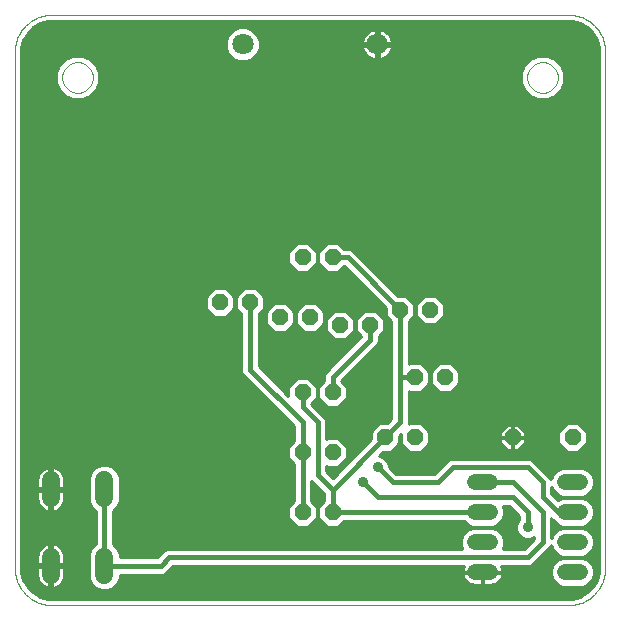
<source format=gbl>
G75*
G70*
%OFA0B0*%
%FSLAX24Y24*%
%IPPOS*%
%LPD*%
%AMOC8*
5,1,8,0,0,1.08239X$1,22.5*
%
%ADD10C,0.0000*%
%ADD11OC8,0.0520*%
%ADD12C,0.0520*%
%ADD13C,0.0600*%
%ADD14C,0.0709*%
%ADD15C,0.0160*%
%ADD16C,0.0357*%
%ADD17C,0.0100*%
D10*
X000559Y001809D02*
X000559Y018994D01*
X000561Y019062D01*
X000566Y019129D01*
X000575Y019196D01*
X000588Y019263D01*
X000605Y019328D01*
X000624Y019393D01*
X000648Y019457D01*
X000675Y019519D01*
X000705Y019580D01*
X000738Y019638D01*
X000774Y019695D01*
X000814Y019750D01*
X000856Y019803D01*
X000902Y019854D01*
X000949Y019901D01*
X001000Y019947D01*
X001053Y019989D01*
X001108Y020029D01*
X001165Y020065D01*
X001223Y020098D01*
X001284Y020128D01*
X001346Y020155D01*
X001410Y020179D01*
X001475Y020198D01*
X001540Y020215D01*
X001607Y020228D01*
X001674Y020237D01*
X001741Y020242D01*
X001809Y020244D01*
X018994Y020244D01*
X019062Y020242D01*
X019129Y020237D01*
X019196Y020228D01*
X019263Y020215D01*
X019328Y020198D01*
X019393Y020179D01*
X019457Y020155D01*
X019519Y020128D01*
X019580Y020098D01*
X019638Y020065D01*
X019695Y020029D01*
X019750Y019989D01*
X019803Y019947D01*
X019854Y019901D01*
X019901Y019854D01*
X019947Y019803D01*
X019989Y019750D01*
X020029Y019695D01*
X020065Y019638D01*
X020098Y019580D01*
X020128Y019519D01*
X020155Y019457D01*
X020179Y019393D01*
X020198Y019328D01*
X020215Y019263D01*
X020228Y019196D01*
X020237Y019129D01*
X020242Y019062D01*
X020244Y018994D01*
X020244Y001809D01*
X020242Y001741D01*
X020237Y001674D01*
X020228Y001607D01*
X020215Y001540D01*
X020198Y001475D01*
X020179Y001410D01*
X020155Y001346D01*
X020128Y001284D01*
X020098Y001223D01*
X020065Y001165D01*
X020029Y001108D01*
X019989Y001053D01*
X019947Y001000D01*
X019901Y000949D01*
X019854Y000902D01*
X019803Y000856D01*
X019750Y000814D01*
X019695Y000774D01*
X019638Y000738D01*
X019580Y000705D01*
X019519Y000675D01*
X019457Y000648D01*
X019393Y000624D01*
X019328Y000605D01*
X019263Y000588D01*
X019196Y000575D01*
X019129Y000566D01*
X019062Y000561D01*
X018994Y000559D01*
X001809Y000559D01*
X001741Y000561D01*
X001674Y000566D01*
X001607Y000575D01*
X001540Y000588D01*
X001475Y000605D01*
X001410Y000624D01*
X001346Y000648D01*
X001284Y000675D01*
X001223Y000705D01*
X001165Y000738D01*
X001108Y000774D01*
X001053Y000814D01*
X001000Y000856D01*
X000949Y000902D01*
X000902Y000949D01*
X000856Y001000D01*
X000814Y001053D01*
X000774Y001108D01*
X000738Y001165D01*
X000705Y001223D01*
X000675Y001284D01*
X000648Y001346D01*
X000624Y001410D01*
X000605Y001475D01*
X000588Y001540D01*
X000575Y001607D01*
X000566Y001674D01*
X000561Y001741D01*
X000559Y001809D01*
X002139Y018151D02*
X002141Y018196D01*
X002147Y018240D01*
X002156Y018284D01*
X002170Y018326D01*
X002187Y018367D01*
X002208Y018407D01*
X002232Y018445D01*
X002259Y018480D01*
X002289Y018513D01*
X002322Y018543D01*
X002357Y018570D01*
X002395Y018594D01*
X002435Y018615D01*
X002476Y018632D01*
X002518Y018646D01*
X002562Y018655D01*
X002606Y018661D01*
X002651Y018663D01*
X002696Y018661D01*
X002740Y018655D01*
X002784Y018646D01*
X002826Y018632D01*
X002867Y018615D01*
X002907Y018594D01*
X002945Y018570D01*
X002980Y018543D01*
X003013Y018513D01*
X003043Y018480D01*
X003070Y018445D01*
X003094Y018407D01*
X003115Y018367D01*
X003132Y018326D01*
X003146Y018284D01*
X003155Y018240D01*
X003161Y018196D01*
X003163Y018151D01*
X003161Y018106D01*
X003155Y018062D01*
X003146Y018018D01*
X003132Y017976D01*
X003115Y017935D01*
X003094Y017895D01*
X003070Y017857D01*
X003043Y017822D01*
X003013Y017789D01*
X002980Y017759D01*
X002945Y017732D01*
X002907Y017708D01*
X002867Y017687D01*
X002826Y017670D01*
X002784Y017656D01*
X002740Y017647D01*
X002696Y017641D01*
X002651Y017639D01*
X002606Y017641D01*
X002562Y017647D01*
X002518Y017656D01*
X002476Y017670D01*
X002435Y017687D01*
X002395Y017708D01*
X002357Y017732D01*
X002322Y017759D01*
X002289Y017789D01*
X002259Y017822D01*
X002232Y017857D01*
X002208Y017895D01*
X002187Y017935D01*
X002170Y017976D01*
X002156Y018018D01*
X002147Y018062D01*
X002141Y018106D01*
X002139Y018151D01*
X017639Y018151D02*
X017641Y018196D01*
X017647Y018240D01*
X017656Y018284D01*
X017670Y018326D01*
X017687Y018367D01*
X017708Y018407D01*
X017732Y018445D01*
X017759Y018480D01*
X017789Y018513D01*
X017822Y018543D01*
X017857Y018570D01*
X017895Y018594D01*
X017935Y018615D01*
X017976Y018632D01*
X018018Y018646D01*
X018062Y018655D01*
X018106Y018661D01*
X018151Y018663D01*
X018196Y018661D01*
X018240Y018655D01*
X018284Y018646D01*
X018326Y018632D01*
X018367Y018615D01*
X018407Y018594D01*
X018445Y018570D01*
X018480Y018543D01*
X018513Y018513D01*
X018543Y018480D01*
X018570Y018445D01*
X018594Y018407D01*
X018615Y018367D01*
X018632Y018326D01*
X018646Y018284D01*
X018655Y018240D01*
X018661Y018196D01*
X018663Y018151D01*
X018661Y018106D01*
X018655Y018062D01*
X018646Y018018D01*
X018632Y017976D01*
X018615Y017935D01*
X018594Y017895D01*
X018570Y017857D01*
X018543Y017822D01*
X018513Y017789D01*
X018480Y017759D01*
X018445Y017732D01*
X018407Y017708D01*
X018367Y017687D01*
X018326Y017670D01*
X018284Y017656D01*
X018240Y017647D01*
X018196Y017641D01*
X018151Y017639D01*
X018106Y017641D01*
X018062Y017647D01*
X018018Y017656D01*
X017976Y017670D01*
X017935Y017687D01*
X017895Y017708D01*
X017857Y017732D01*
X017822Y017759D01*
X017789Y017789D01*
X017759Y017822D01*
X017732Y017857D01*
X017708Y017895D01*
X017687Y017935D01*
X017670Y017976D01*
X017656Y018018D01*
X017647Y018062D01*
X017641Y018106D01*
X017639Y018151D01*
D11*
X011151Y012151D03*
X010151Y012151D03*
X008401Y010651D03*
X007401Y010651D03*
X009401Y010151D03*
X010401Y010151D03*
X011401Y009901D03*
X012401Y009901D03*
X013401Y010401D03*
X014401Y010401D03*
X013901Y008151D03*
X014901Y008151D03*
X013901Y006151D03*
X012901Y006151D03*
X011151Y005651D03*
X010151Y005651D03*
X010151Y007651D03*
X011151Y007651D03*
X011151Y003651D03*
X010151Y003651D03*
X017151Y006151D03*
X019151Y006151D03*
D12*
X018891Y004651D02*
X019411Y004651D01*
X019411Y003651D02*
X018891Y003651D01*
X018891Y002651D02*
X019411Y002651D01*
X019411Y001651D02*
X018891Y001651D01*
X016411Y001651D02*
X015891Y001651D01*
X015891Y002651D02*
X016411Y002651D01*
X016411Y003651D02*
X015891Y003651D01*
X015891Y004651D02*
X016411Y004651D01*
D13*
X003541Y004731D02*
X003541Y004131D01*
X001761Y004131D02*
X001761Y004731D01*
X001761Y002171D02*
X001761Y001571D01*
X003541Y001571D02*
X003541Y002171D01*
D14*
X008161Y019256D03*
X012641Y019256D03*
D15*
X011651Y012151D02*
X011151Y012151D01*
X011651Y012151D02*
X013401Y010401D01*
X013401Y008151D01*
X013901Y008151D01*
X013401Y008151D02*
X013401Y006651D01*
X012901Y006151D01*
X011151Y004401D01*
X010651Y004901D01*
X010651Y006651D01*
X010151Y007151D01*
X010151Y007651D01*
X010151Y006651D02*
X010151Y005651D01*
X010151Y003651D01*
X011151Y003651D02*
X016151Y003651D01*
X016151Y004651D02*
X017151Y004651D01*
X018151Y003651D01*
X018151Y002651D01*
X017651Y002151D01*
X005711Y002151D01*
X005431Y001871D01*
X003541Y001871D01*
X003541Y004431D01*
X008401Y008401D02*
X010151Y006651D01*
X011151Y007651D02*
X011151Y008151D01*
X012401Y009401D01*
X012401Y009901D01*
X008401Y010651D02*
X008401Y008401D01*
X012151Y004651D02*
X012651Y004151D01*
X017151Y004151D01*
X017651Y003651D01*
X017651Y003151D01*
X018151Y004151D02*
X018151Y004651D01*
X017651Y005151D01*
X015151Y005151D01*
X014651Y004651D01*
X013151Y004651D01*
X012651Y005151D01*
X011151Y004401D02*
X011151Y003651D01*
X018151Y004151D02*
X018651Y003651D01*
X019151Y003651D01*
D16*
X017651Y003151D03*
X012651Y005151D03*
X012151Y004651D03*
D17*
X019683Y001040D02*
X001120Y001040D01*
X001176Y000984D02*
X000984Y001176D01*
X000848Y001411D01*
X000778Y001673D01*
X000769Y001809D01*
X000769Y018994D01*
X000778Y019129D01*
X000848Y019392D01*
X000984Y019627D01*
X001176Y019819D01*
X001411Y019955D01*
X001673Y020025D01*
X001809Y020034D01*
X001896Y020034D01*
X018907Y020034D01*
X018994Y020034D01*
X019130Y020025D01*
X019392Y019955D01*
X019627Y019819D01*
X019819Y019627D01*
X019955Y019392D01*
X020025Y019129D01*
X020034Y018994D01*
X020034Y001896D01*
X020034Y001809D01*
X020025Y001673D01*
X019955Y001411D01*
X019819Y001176D01*
X019627Y000984D01*
X019392Y000848D01*
X019129Y000778D01*
X018994Y000769D01*
X001896Y000769D01*
X001809Y000769D01*
X001673Y000778D01*
X001411Y000848D01*
X001176Y000984D01*
X001249Y000941D02*
X019553Y000941D01*
X019372Y000843D02*
X001431Y000843D01*
X001589Y001154D02*
X001656Y001132D01*
X001711Y001124D01*
X001711Y001821D01*
X001811Y001821D01*
X001811Y001124D01*
X001867Y001132D01*
X001934Y001154D01*
X001997Y001186D01*
X002054Y001228D01*
X002104Y001278D01*
X002146Y001335D01*
X003087Y001335D01*
X003109Y001282D02*
X003252Y001139D01*
X003440Y001061D01*
X003643Y001061D01*
X003830Y001139D01*
X003974Y001282D01*
X004051Y001470D01*
X004051Y001581D01*
X005374Y001581D01*
X005489Y001581D01*
X005596Y001625D01*
X005831Y001861D01*
X015538Y001861D01*
X015511Y001809D01*
X015491Y001747D01*
X015481Y001684D01*
X015481Y001681D01*
X016121Y001681D01*
X016121Y001621D01*
X016181Y001621D01*
X016181Y001241D01*
X016444Y001241D01*
X016507Y001251D01*
X016569Y001271D01*
X016626Y001301D01*
X016678Y001339D01*
X016724Y001384D01*
X016762Y001436D01*
X016791Y001494D01*
X016811Y001555D01*
X016821Y001619D01*
X016821Y001621D01*
X016181Y001621D01*
X016181Y001681D01*
X016821Y001681D01*
X016821Y001684D01*
X016811Y001747D01*
X016791Y001809D01*
X016764Y001861D01*
X017709Y001861D01*
X017816Y001905D01*
X017897Y001987D01*
X018397Y002487D01*
X018424Y002552D01*
X018493Y002385D01*
X018625Y002253D01*
X018798Y002181D01*
X019505Y002181D01*
X019677Y002253D01*
X019810Y002385D01*
X019881Y002558D01*
X019881Y002745D01*
X019810Y002917D01*
X019677Y003050D01*
X019505Y003121D01*
X018798Y003121D01*
X018625Y003050D01*
X018493Y002917D01*
X018441Y002793D01*
X018441Y003451D01*
X018483Y003410D01*
X018493Y003385D01*
X018625Y003253D01*
X018798Y003181D01*
X019505Y003181D01*
X019677Y003253D01*
X019810Y003385D01*
X019881Y003558D01*
X019881Y003745D01*
X019810Y003917D01*
X019677Y004050D01*
X019505Y004121D01*
X018798Y004121D01*
X018652Y004061D01*
X018441Y004271D01*
X018441Y004510D01*
X018493Y004385D01*
X018625Y004253D01*
X018798Y004181D01*
X019505Y004181D01*
X019677Y004253D01*
X019810Y004385D01*
X019881Y004558D01*
X019881Y004745D01*
X019810Y004917D01*
X019677Y005050D01*
X019505Y005121D01*
X018798Y005121D01*
X018625Y005050D01*
X018493Y004917D01*
X018424Y004751D01*
X018397Y004816D01*
X017816Y005397D01*
X017709Y005441D01*
X017594Y005441D01*
X015094Y005441D01*
X014987Y005397D01*
X014905Y005316D01*
X014531Y004941D01*
X013271Y004941D01*
X013040Y005173D01*
X013040Y005229D01*
X012981Y005371D01*
X012871Y005481D01*
X012729Y005540D01*
X012700Y005540D01*
X012841Y005681D01*
X013096Y005681D01*
X013371Y005957D01*
X013371Y006211D01*
X013431Y006271D01*
X013431Y005957D01*
X013707Y005681D01*
X014096Y005681D01*
X014371Y005957D01*
X014371Y006346D01*
X014096Y006621D01*
X013707Y006621D01*
X013691Y006606D01*
X013691Y006709D01*
X013691Y007697D01*
X013707Y007681D01*
X014096Y007681D01*
X014371Y007957D01*
X014371Y008346D01*
X014096Y008621D01*
X013707Y008621D01*
X013691Y008606D01*
X013691Y010027D01*
X013871Y010207D01*
X013871Y010596D01*
X013596Y010871D01*
X013341Y010871D01*
X011816Y012397D01*
X011709Y012441D01*
X011594Y012441D01*
X011526Y012441D01*
X011346Y012621D01*
X010957Y012621D01*
X010681Y012346D01*
X010681Y011957D01*
X010957Y011681D01*
X011346Y011681D01*
X011526Y011861D01*
X011531Y011861D01*
X012931Y010461D01*
X012931Y010207D01*
X013111Y010027D01*
X013111Y008209D01*
X013111Y008094D01*
X013111Y006771D01*
X012961Y006621D01*
X012707Y006621D01*
X012431Y006346D01*
X012431Y006091D01*
X011151Y004811D01*
X010941Y005021D01*
X010941Y005197D01*
X010957Y005181D01*
X011346Y005181D01*
X011621Y005457D01*
X011621Y005846D01*
X011346Y006121D01*
X010957Y006121D01*
X010941Y006106D01*
X010941Y006709D01*
X010897Y006816D01*
X010816Y006897D01*
X010441Y007271D01*
X010441Y007277D01*
X010621Y007457D01*
X010621Y007846D01*
X010346Y008121D01*
X009957Y008121D01*
X009681Y007846D01*
X009681Y007531D01*
X008691Y008521D01*
X008691Y010277D01*
X008871Y010457D01*
X008871Y010846D01*
X008596Y011121D01*
X008207Y011121D01*
X007931Y010846D01*
X007931Y010457D01*
X008111Y010277D01*
X008111Y008459D01*
X008111Y008344D01*
X008155Y008237D01*
X009861Y006531D01*
X009861Y006026D01*
X009681Y005846D01*
X009681Y005457D01*
X009861Y005277D01*
X000769Y005277D01*
X000769Y005376D02*
X009762Y005376D01*
X009681Y005474D02*
X000769Y005474D01*
X000769Y005573D02*
X009681Y005573D01*
X009681Y005671D02*
X000769Y005671D01*
X000769Y005770D02*
X009681Y005770D01*
X009704Y005868D02*
X000769Y005868D01*
X000769Y005967D02*
X009802Y005967D01*
X009861Y006065D02*
X000769Y006065D01*
X000769Y006164D02*
X009861Y006164D01*
X009861Y006262D02*
X000769Y006262D01*
X000769Y006361D02*
X009861Y006361D01*
X009861Y006460D02*
X000769Y006460D01*
X000769Y006558D02*
X009834Y006558D01*
X009736Y006657D02*
X000769Y006657D01*
X000769Y006755D02*
X009637Y006755D01*
X009539Y006854D02*
X000769Y006854D01*
X000769Y006952D02*
X009440Y006952D01*
X009342Y007051D02*
X000769Y007051D01*
X000769Y007149D02*
X009243Y007149D01*
X009144Y007248D02*
X000769Y007248D01*
X000769Y007346D02*
X009046Y007346D01*
X008947Y007445D02*
X000769Y007445D01*
X000769Y007544D02*
X008849Y007544D01*
X008750Y007642D02*
X000769Y007642D01*
X000769Y007741D02*
X008652Y007741D01*
X008553Y007839D02*
X000769Y007839D01*
X000769Y007938D02*
X008455Y007938D01*
X008356Y008036D02*
X000769Y008036D01*
X000769Y008135D02*
X008258Y008135D01*
X008159Y008233D02*
X000769Y008233D01*
X000769Y008332D02*
X008116Y008332D01*
X008111Y008430D02*
X000769Y008430D01*
X000769Y008529D02*
X008111Y008529D01*
X008111Y008627D02*
X000769Y008627D01*
X000769Y008726D02*
X008111Y008726D01*
X008111Y008825D02*
X000769Y008825D01*
X000769Y008923D02*
X008111Y008923D01*
X008111Y009022D02*
X000769Y009022D01*
X000769Y009120D02*
X008111Y009120D01*
X008111Y009219D02*
X000769Y009219D01*
X000769Y009317D02*
X008111Y009317D01*
X008111Y009416D02*
X000769Y009416D01*
X000769Y009514D02*
X008111Y009514D01*
X008111Y009613D02*
X000769Y009613D01*
X000769Y009711D02*
X008111Y009711D01*
X008111Y009810D02*
X000769Y009810D01*
X000769Y009909D02*
X008111Y009909D01*
X008111Y010007D02*
X000769Y010007D01*
X000769Y010106D02*
X008111Y010106D01*
X008111Y010204D02*
X007619Y010204D01*
X007596Y010181D02*
X007871Y010457D01*
X007871Y010846D01*
X007596Y011121D01*
X007207Y011121D01*
X006931Y010846D01*
X006931Y010457D01*
X007207Y010181D01*
X007596Y010181D01*
X007717Y010303D02*
X008085Y010303D01*
X007987Y010401D02*
X007816Y010401D01*
X007871Y010500D02*
X007931Y010500D01*
X007931Y010598D02*
X007871Y010598D01*
X007871Y010697D02*
X007931Y010697D01*
X007931Y010795D02*
X007871Y010795D01*
X007823Y010894D02*
X007979Y010894D01*
X008078Y010993D02*
X007725Y010993D01*
X007626Y011091D02*
X008176Y011091D01*
X008626Y011091D02*
X012301Y011091D01*
X012203Y011190D02*
X000769Y011190D01*
X000769Y011288D02*
X012104Y011288D01*
X012006Y011387D02*
X000769Y011387D01*
X000769Y011485D02*
X011907Y011485D01*
X011809Y011584D02*
X000769Y011584D01*
X000769Y011682D02*
X009956Y011682D01*
X009957Y011681D02*
X010346Y011681D01*
X010621Y011957D01*
X010621Y012346D01*
X010346Y012621D01*
X009957Y012621D01*
X009681Y012346D01*
X009681Y011957D01*
X009957Y011681D01*
X009857Y011781D02*
X000769Y011781D01*
X000769Y011879D02*
X009758Y011879D01*
X009681Y011978D02*
X000769Y011978D01*
X000769Y012076D02*
X009681Y012076D01*
X009681Y012175D02*
X000769Y012175D01*
X000769Y012274D02*
X009681Y012274D01*
X009707Y012372D02*
X000769Y012372D01*
X000769Y012471D02*
X009806Y012471D01*
X009905Y012569D02*
X000769Y012569D01*
X000769Y012668D02*
X020034Y012668D01*
X020034Y012766D02*
X000769Y012766D01*
X000769Y012865D02*
X020034Y012865D01*
X020034Y012963D02*
X000769Y012963D01*
X000769Y013062D02*
X020034Y013062D01*
X020034Y013160D02*
X000769Y013160D01*
X000769Y013259D02*
X020034Y013259D01*
X020034Y013358D02*
X000769Y013358D01*
X000769Y013456D02*
X020034Y013456D01*
X020034Y013555D02*
X000769Y013555D01*
X000769Y013653D02*
X020034Y013653D01*
X020034Y013752D02*
X000769Y013752D01*
X000769Y013850D02*
X020034Y013850D01*
X020034Y013949D02*
X000769Y013949D01*
X000769Y014047D02*
X020034Y014047D01*
X020034Y014146D02*
X000769Y014146D01*
X000769Y014244D02*
X020034Y014244D01*
X020034Y014343D02*
X000769Y014343D01*
X000769Y014442D02*
X020034Y014442D01*
X020034Y014540D02*
X000769Y014540D01*
X000769Y014639D02*
X020034Y014639D01*
X020034Y014737D02*
X000769Y014737D01*
X000769Y014836D02*
X020034Y014836D01*
X020034Y014934D02*
X000769Y014934D01*
X000769Y015033D02*
X020034Y015033D01*
X020034Y015131D02*
X000769Y015131D01*
X000769Y015230D02*
X020034Y015230D01*
X020034Y015328D02*
X000769Y015328D01*
X000769Y015427D02*
X020034Y015427D01*
X020034Y015526D02*
X000769Y015526D01*
X000769Y015624D02*
X020034Y015624D01*
X020034Y015723D02*
X000769Y015723D01*
X000769Y015821D02*
X020034Y015821D01*
X020034Y015920D02*
X000769Y015920D01*
X000769Y016018D02*
X020034Y016018D01*
X020034Y016117D02*
X000769Y016117D01*
X000769Y016215D02*
X020034Y016215D01*
X020034Y016314D02*
X000769Y016314D01*
X000769Y016412D02*
X020034Y016412D01*
X020034Y016511D02*
X000769Y016511D01*
X000769Y016609D02*
X020034Y016609D01*
X020034Y016708D02*
X000769Y016708D01*
X000769Y016807D02*
X020034Y016807D01*
X020034Y016905D02*
X000769Y016905D01*
X000769Y017004D02*
X020034Y017004D01*
X020034Y017102D02*
X000769Y017102D01*
X000769Y017201D02*
X020034Y017201D01*
X020034Y017299D02*
X000769Y017299D01*
X000769Y017398D02*
X020034Y017398D01*
X020034Y017496D02*
X018456Y017496D01*
X018560Y017539D02*
X018295Y017429D01*
X018008Y017429D01*
X017742Y017539D01*
X017539Y017742D01*
X017429Y018008D01*
X017429Y018295D01*
X017539Y018560D01*
X017742Y018763D01*
X018008Y018873D01*
X018295Y018873D01*
X018560Y018763D01*
X018763Y018560D01*
X018873Y018295D01*
X018873Y018008D01*
X018763Y017742D01*
X018560Y017539D01*
X018616Y017595D02*
X020034Y017595D01*
X020034Y017693D02*
X018714Y017693D01*
X018784Y017792D02*
X020034Y017792D01*
X020034Y017891D02*
X018825Y017891D01*
X018865Y017989D02*
X020034Y017989D01*
X020034Y018088D02*
X018873Y018088D01*
X018873Y018186D02*
X020034Y018186D01*
X020034Y018285D02*
X018873Y018285D01*
X018836Y018383D02*
X020034Y018383D01*
X020034Y018482D02*
X018796Y018482D01*
X018743Y018580D02*
X020034Y018580D01*
X020034Y018679D02*
X018644Y018679D01*
X018526Y018777D02*
X020034Y018777D01*
X020034Y018876D02*
X012975Y018876D01*
X012970Y018871D02*
X013026Y018927D01*
X013073Y018991D01*
X013109Y019062D01*
X013133Y019137D01*
X013144Y019206D01*
X012692Y019206D01*
X012692Y019306D01*
X013144Y019306D01*
X013133Y019374D01*
X013109Y019449D01*
X013073Y019520D01*
X013026Y019584D01*
X012970Y019640D01*
X012906Y019687D01*
X012835Y019723D01*
X012759Y019747D01*
X012691Y019758D01*
X012691Y019306D01*
X012591Y019306D01*
X012591Y019758D01*
X012523Y019747D01*
X012448Y019723D01*
X012377Y019687D01*
X012313Y019640D01*
X012257Y019584D01*
X012210Y019520D01*
X012174Y019449D01*
X012149Y019374D01*
X012139Y019306D01*
X012591Y019306D01*
X012591Y019206D01*
X012139Y019206D01*
X012149Y019137D01*
X012174Y019062D01*
X012210Y018991D01*
X012257Y018927D01*
X012313Y018871D01*
X012377Y018824D01*
X012448Y018788D01*
X012523Y018764D01*
X012591Y018753D01*
X012591Y019205D01*
X012691Y019205D01*
X012691Y018753D01*
X012759Y018764D01*
X012835Y018788D01*
X012906Y018824D01*
X012970Y018871D01*
X013061Y018975D02*
X020034Y018975D01*
X020029Y019073D02*
X013112Y019073D01*
X013139Y019172D02*
X020014Y019172D01*
X019987Y019270D02*
X012692Y019270D01*
X012691Y019172D02*
X012591Y019172D01*
X012591Y019270D02*
X008725Y019270D01*
X008725Y019368D02*
X008725Y019143D01*
X008639Y018936D01*
X008481Y018777D01*
X008273Y018691D01*
X008049Y018691D01*
X007841Y018777D01*
X003026Y018777D01*
X003060Y018763D02*
X002795Y018873D01*
X002508Y018873D01*
X002242Y018763D01*
X002039Y018560D01*
X001929Y018295D01*
X001929Y018008D01*
X002039Y017742D01*
X002242Y017539D01*
X002508Y017429D01*
X002795Y017429D01*
X003060Y017539D01*
X003263Y017742D01*
X003373Y018008D01*
X003373Y018295D01*
X003263Y018560D01*
X003060Y018763D01*
X003144Y018679D02*
X017658Y018679D01*
X017560Y018580D02*
X003243Y018580D01*
X003296Y018482D02*
X017507Y018482D01*
X017466Y018383D02*
X003336Y018383D01*
X003373Y018285D02*
X017429Y018285D01*
X017429Y018186D02*
X003373Y018186D01*
X003373Y018088D02*
X017429Y018088D01*
X017437Y017989D02*
X003365Y017989D01*
X003325Y017891D02*
X017478Y017891D01*
X017519Y017792D02*
X003284Y017792D01*
X003214Y017693D02*
X017588Y017693D01*
X017687Y017595D02*
X003116Y017595D01*
X002956Y017496D02*
X017846Y017496D01*
X017777Y018777D02*
X012802Y018777D01*
X012691Y018777D02*
X012591Y018777D01*
X012591Y018876D02*
X012691Y018876D01*
X012691Y018975D02*
X012591Y018975D01*
X012591Y019073D02*
X012691Y019073D01*
X012481Y018777D02*
X008481Y018777D01*
X008580Y018876D02*
X012308Y018876D01*
X012222Y018975D02*
X008655Y018975D01*
X008696Y019073D02*
X012170Y019073D01*
X012144Y019172D02*
X008725Y019172D01*
X008725Y019368D02*
X008639Y019575D01*
X008481Y019734D01*
X008273Y019820D01*
X008049Y019820D01*
X007841Y019734D01*
X007683Y019575D01*
X007597Y019368D01*
X007597Y019143D01*
X007683Y018936D01*
X007841Y018777D01*
X007743Y018876D02*
X000769Y018876D01*
X000769Y018777D02*
X002277Y018777D01*
X002158Y018679D02*
X000769Y018679D01*
X000769Y018580D02*
X002060Y018580D01*
X002007Y018482D02*
X000769Y018482D01*
X000769Y018383D02*
X001966Y018383D01*
X001929Y018285D02*
X000769Y018285D01*
X000769Y018186D02*
X001929Y018186D01*
X001929Y018088D02*
X000769Y018088D01*
X000769Y017989D02*
X001937Y017989D01*
X001978Y017891D02*
X000769Y017891D01*
X000769Y017792D02*
X002019Y017792D01*
X002088Y017693D02*
X000769Y017693D01*
X000769Y017595D02*
X002187Y017595D01*
X002346Y017496D02*
X000769Y017496D01*
X000769Y018975D02*
X007667Y018975D01*
X007626Y019073D02*
X000774Y019073D01*
X000778Y019129D02*
X000778Y019129D01*
X000789Y019172D02*
X007597Y019172D01*
X007597Y019270D02*
X000815Y019270D01*
X000842Y019369D02*
X007597Y019369D01*
X007638Y019467D02*
X000891Y019467D01*
X000948Y019566D02*
X007679Y019566D01*
X007772Y019664D02*
X001021Y019664D01*
X001120Y019763D02*
X007911Y019763D01*
X008411Y019763D02*
X019683Y019763D01*
X019781Y019664D02*
X012937Y019664D01*
X013039Y019566D02*
X019854Y019566D01*
X019911Y019467D02*
X013100Y019467D01*
X013134Y019369D02*
X019961Y019369D01*
X019553Y019861D02*
X001249Y019861D01*
X001431Y019960D02*
X019372Y019960D01*
X012691Y019664D02*
X012591Y019664D01*
X012591Y019566D02*
X012691Y019566D01*
X012691Y019467D02*
X012591Y019467D01*
X012591Y019369D02*
X012691Y019369D01*
X012346Y019664D02*
X008550Y019664D01*
X008643Y019566D02*
X012243Y019566D01*
X012183Y019467D02*
X008684Y019467D01*
X008725Y019369D02*
X012149Y019369D01*
X011398Y012569D02*
X020034Y012569D01*
X020034Y012471D02*
X011496Y012471D01*
X011840Y012372D02*
X020034Y012372D01*
X020034Y012274D02*
X011939Y012274D01*
X012038Y012175D02*
X020034Y012175D01*
X020034Y012076D02*
X012136Y012076D01*
X012235Y011978D02*
X020034Y011978D01*
X020034Y011879D02*
X012333Y011879D01*
X012432Y011781D02*
X020034Y011781D01*
X020034Y011682D02*
X012530Y011682D01*
X012629Y011584D02*
X020034Y011584D01*
X020034Y011485D02*
X012727Y011485D01*
X012826Y011387D02*
X020034Y011387D01*
X020034Y011288D02*
X012924Y011288D01*
X013023Y011190D02*
X020034Y011190D01*
X020034Y011091D02*
X013122Y011091D01*
X013220Y010993D02*
X020034Y010993D01*
X020034Y010894D02*
X013319Y010894D01*
X013672Y010795D02*
X014131Y010795D01*
X014207Y010871D02*
X013931Y010596D01*
X013931Y010207D01*
X014207Y009931D01*
X014596Y009931D01*
X014871Y010207D01*
X014871Y010596D01*
X014596Y010871D01*
X014207Y010871D01*
X014032Y010697D02*
X013770Y010697D01*
X013869Y010598D02*
X013934Y010598D01*
X013931Y010500D02*
X013871Y010500D01*
X013871Y010401D02*
X013931Y010401D01*
X013931Y010303D02*
X013871Y010303D01*
X013869Y010204D02*
X013934Y010204D01*
X014032Y010106D02*
X013770Y010106D01*
X013691Y010007D02*
X014131Y010007D01*
X013691Y009909D02*
X020034Y009909D01*
X020034Y010007D02*
X014672Y010007D01*
X014770Y010106D02*
X020034Y010106D01*
X020034Y010204D02*
X014869Y010204D01*
X014871Y010303D02*
X020034Y010303D01*
X020034Y010401D02*
X014871Y010401D01*
X014871Y010500D02*
X020034Y010500D01*
X020034Y010598D02*
X014869Y010598D01*
X014770Y010697D02*
X020034Y010697D01*
X020034Y010795D02*
X014672Y010795D01*
X013691Y009810D02*
X020034Y009810D01*
X020034Y009711D02*
X013691Y009711D01*
X013691Y009613D02*
X020034Y009613D01*
X020034Y009514D02*
X013691Y009514D01*
X013691Y009416D02*
X020034Y009416D01*
X020034Y009317D02*
X013691Y009317D01*
X013691Y009219D02*
X020034Y009219D01*
X020034Y009120D02*
X013691Y009120D01*
X013691Y009022D02*
X020034Y009022D01*
X020034Y008923D02*
X013691Y008923D01*
X013691Y008825D02*
X020034Y008825D01*
X020034Y008726D02*
X013691Y008726D01*
X013691Y008627D02*
X020034Y008627D01*
X020034Y008529D02*
X015188Y008529D01*
X015096Y008621D02*
X015371Y008346D01*
X015371Y007957D01*
X015096Y007681D01*
X014707Y007681D01*
X014431Y007957D01*
X014431Y008346D01*
X014707Y008621D01*
X015096Y008621D01*
X015287Y008430D02*
X020034Y008430D01*
X020034Y008332D02*
X015371Y008332D01*
X015371Y008233D02*
X020034Y008233D01*
X020034Y008135D02*
X015371Y008135D01*
X015371Y008036D02*
X020034Y008036D01*
X020034Y007938D02*
X015352Y007938D01*
X015254Y007839D02*
X020034Y007839D01*
X020034Y007741D02*
X015155Y007741D01*
X014647Y007741D02*
X014155Y007741D01*
X014254Y007839D02*
X014549Y007839D01*
X014450Y007938D02*
X014352Y007938D01*
X014371Y008036D02*
X014431Y008036D01*
X014431Y008135D02*
X014371Y008135D01*
X014371Y008233D02*
X014431Y008233D01*
X014431Y008332D02*
X014371Y008332D01*
X014287Y008430D02*
X014516Y008430D01*
X014614Y008529D02*
X014188Y008529D01*
X013691Y007642D02*
X020034Y007642D01*
X020034Y007544D02*
X013691Y007544D01*
X013691Y007445D02*
X020034Y007445D01*
X020034Y007346D02*
X013691Y007346D01*
X013691Y007248D02*
X020034Y007248D01*
X020034Y007149D02*
X013691Y007149D01*
X013691Y007051D02*
X020034Y007051D01*
X020034Y006952D02*
X013691Y006952D01*
X013691Y006854D02*
X020034Y006854D01*
X020034Y006755D02*
X013691Y006755D01*
X013691Y006657D02*
X020034Y006657D01*
X020034Y006558D02*
X019409Y006558D01*
X019346Y006621D02*
X018957Y006621D01*
X018681Y006346D01*
X018681Y005957D01*
X018957Y005681D01*
X019346Y005681D01*
X019621Y005957D01*
X019621Y006346D01*
X019346Y006621D01*
X019508Y006460D02*
X020034Y006460D01*
X020034Y006361D02*
X019606Y006361D01*
X019621Y006262D02*
X020034Y006262D01*
X020034Y006164D02*
X019621Y006164D01*
X019621Y006065D02*
X020034Y006065D01*
X020034Y005967D02*
X019621Y005967D01*
X019533Y005868D02*
X020034Y005868D01*
X020034Y005770D02*
X019434Y005770D01*
X018868Y005770D02*
X017350Y005770D01*
X017321Y005741D02*
X017561Y005981D01*
X017561Y006121D01*
X017181Y006121D01*
X017181Y005741D01*
X017321Y005741D01*
X017181Y005770D02*
X017121Y005770D01*
X017121Y005741D02*
X017121Y006121D01*
X017181Y006121D01*
X017181Y006181D01*
X017561Y006181D01*
X017561Y006321D01*
X017321Y006561D01*
X017181Y006561D01*
X017181Y006181D01*
X017121Y006181D01*
X017121Y006121D01*
X016741Y006121D01*
X016741Y005981D01*
X016981Y005741D01*
X017121Y005741D01*
X017121Y005868D02*
X017181Y005868D01*
X017181Y005967D02*
X017121Y005967D01*
X017121Y006065D02*
X017181Y006065D01*
X017181Y006164D02*
X018681Y006164D01*
X018681Y006262D02*
X017561Y006262D01*
X017521Y006361D02*
X018696Y006361D01*
X018795Y006460D02*
X017423Y006460D01*
X017324Y006558D02*
X018893Y006558D01*
X018681Y006065D02*
X017561Y006065D01*
X017547Y005967D02*
X018681Y005967D01*
X018770Y005868D02*
X017448Y005868D01*
X017121Y006164D02*
X014371Y006164D01*
X014371Y006262D02*
X016741Y006262D01*
X016741Y006321D02*
X016741Y006181D01*
X017121Y006181D01*
X017121Y006561D01*
X016981Y006561D01*
X016741Y006321D01*
X016781Y006361D02*
X014356Y006361D01*
X014258Y006460D02*
X016880Y006460D01*
X016978Y006558D02*
X014159Y006558D01*
X014371Y006065D02*
X016741Y006065D01*
X016756Y005967D02*
X014371Y005967D01*
X014283Y005868D02*
X016854Y005868D01*
X016953Y005770D02*
X014184Y005770D01*
X013618Y005770D02*
X013184Y005770D01*
X013283Y005868D02*
X013520Y005868D01*
X013431Y005967D02*
X013371Y005967D01*
X013371Y006065D02*
X013431Y006065D01*
X013431Y006164D02*
X013371Y006164D01*
X013423Y006262D02*
X013431Y006262D01*
X012997Y006657D02*
X010941Y006657D01*
X010941Y006558D02*
X012643Y006558D01*
X012545Y006460D02*
X010941Y006460D01*
X010941Y006361D02*
X012446Y006361D01*
X012431Y006262D02*
X010941Y006262D01*
X010941Y006164D02*
X012431Y006164D01*
X012405Y006065D02*
X011402Y006065D01*
X011500Y005967D02*
X012307Y005967D01*
X012208Y005868D02*
X011599Y005868D01*
X011621Y005770D02*
X012110Y005770D01*
X012011Y005671D02*
X011621Y005671D01*
X011621Y005573D02*
X011913Y005573D01*
X011814Y005474D02*
X011621Y005474D01*
X011540Y005376D02*
X011715Y005376D01*
X011617Y005277D02*
X011442Y005277D01*
X011518Y005178D02*
X010941Y005178D01*
X010941Y005080D02*
X011420Y005080D01*
X011321Y004981D02*
X010981Y004981D01*
X011080Y004883D02*
X011223Y004883D01*
X010752Y004390D02*
X010441Y004390D01*
X010441Y004292D02*
X010851Y004292D01*
X010861Y004281D02*
X010861Y004026D01*
X010681Y003846D01*
X010681Y003457D01*
X010957Y003181D01*
X011346Y003181D01*
X011526Y003361D01*
X015517Y003361D01*
X015625Y003253D01*
X015798Y003181D01*
X016505Y003181D01*
X016677Y003253D01*
X016810Y003385D01*
X016881Y003558D01*
X016881Y003745D01*
X016833Y003861D01*
X017031Y003861D01*
X017361Y003531D01*
X017361Y003411D01*
X017322Y003371D01*
X017263Y003229D01*
X017263Y003074D01*
X017322Y002931D01*
X017431Y002822D01*
X017574Y002763D01*
X017729Y002763D01*
X017861Y002818D01*
X017861Y002771D01*
X017531Y002441D01*
X016833Y002441D01*
X016881Y002558D01*
X016881Y002745D01*
X016810Y002917D01*
X016677Y003050D01*
X016505Y003121D01*
X015798Y003121D01*
X015625Y003050D01*
X015493Y002917D01*
X015421Y002745D01*
X015421Y002558D01*
X015470Y002441D01*
X005769Y002441D01*
X005654Y002441D01*
X005547Y002397D01*
X005311Y002161D01*
X004051Y002161D01*
X004051Y002273D01*
X003974Y002460D01*
X003831Y002602D01*
X003831Y003700D01*
X003974Y003842D01*
X004051Y004030D01*
X004051Y004833D01*
X003974Y005020D01*
X003830Y005164D01*
X003643Y005241D01*
X003440Y005241D01*
X003252Y005164D01*
X003109Y005020D01*
X003031Y004833D01*
X003031Y004030D01*
X003109Y003842D01*
X003251Y003700D01*
X003251Y002602D01*
X003109Y002460D01*
X003031Y002273D01*
X003031Y001470D01*
X003109Y001282D01*
X003155Y001237D02*
X002063Y001237D01*
X002146Y001335D02*
X002178Y001399D01*
X002200Y001466D01*
X002211Y001536D01*
X002211Y001821D01*
X001811Y001821D01*
X001811Y001921D01*
X002211Y001921D01*
X002211Y002207D01*
X002200Y002277D01*
X002178Y002344D01*
X002146Y002407D01*
X002104Y002464D01*
X002054Y002514D01*
X001997Y002556D01*
X001934Y002588D01*
X001867Y002610D01*
X001811Y002619D01*
X001811Y001921D01*
X001711Y001921D01*
X001711Y001821D01*
X001311Y001821D01*
X001311Y001536D01*
X001322Y001466D01*
X001344Y001399D01*
X001376Y001335D01*
X000891Y001335D01*
X000842Y001434D02*
X001333Y001434D01*
X001312Y001532D02*
X000815Y001532D01*
X000789Y001631D02*
X001311Y001631D01*
X001311Y001729D02*
X000774Y001729D01*
X000769Y001828D02*
X001711Y001828D01*
X001711Y001921D02*
X001311Y001921D01*
X001311Y002207D01*
X001322Y002277D01*
X001344Y002344D01*
X001376Y002407D01*
X001418Y002464D01*
X001468Y002514D01*
X001525Y002556D01*
X001589Y002588D01*
X001656Y002610D01*
X001711Y002619D01*
X001711Y001921D01*
X001711Y001927D02*
X001811Y001927D01*
X001811Y002025D02*
X001711Y002025D01*
X001711Y002124D02*
X001811Y002124D01*
X001811Y002222D02*
X001711Y002222D01*
X001711Y002321D02*
X001811Y002321D01*
X001811Y002419D02*
X001711Y002419D01*
X001711Y002518D02*
X001811Y002518D01*
X001811Y002616D02*
X001711Y002616D01*
X001695Y002616D02*
X000769Y002616D01*
X000769Y002518D02*
X001473Y002518D01*
X001385Y002419D02*
X000769Y002419D01*
X000769Y002321D02*
X001337Y002321D01*
X001314Y002222D02*
X000769Y002222D01*
X000769Y002124D02*
X001311Y002124D01*
X001311Y002025D02*
X000769Y002025D01*
X000769Y001927D02*
X001311Y001927D01*
X001711Y001729D02*
X001811Y001729D01*
X001811Y001631D02*
X001711Y001631D01*
X001711Y001532D02*
X001811Y001532D01*
X001811Y001434D02*
X001711Y001434D01*
X001711Y001335D02*
X001811Y001335D01*
X001811Y001237D02*
X001711Y001237D01*
X001711Y001138D02*
X001811Y001138D01*
X001885Y001138D02*
X003254Y001138D01*
X003046Y001434D02*
X002190Y001434D01*
X002211Y001532D02*
X003031Y001532D01*
X003031Y001631D02*
X002211Y001631D01*
X002211Y001729D02*
X003031Y001729D01*
X003031Y001828D02*
X001811Y001828D01*
X002211Y001927D02*
X003031Y001927D01*
X003031Y002025D02*
X002211Y002025D01*
X002211Y002124D02*
X003031Y002124D01*
X003031Y002222D02*
X002209Y002222D01*
X002186Y002321D02*
X003051Y002321D01*
X003092Y002419D02*
X002137Y002419D01*
X002050Y002518D02*
X003167Y002518D01*
X003251Y002616D02*
X001827Y002616D01*
X000769Y002715D02*
X003251Y002715D01*
X003251Y002813D02*
X000769Y002813D01*
X000769Y002912D02*
X003251Y002912D01*
X003251Y003011D02*
X000769Y003011D01*
X000769Y003109D02*
X003251Y003109D01*
X003251Y003208D02*
X000769Y003208D01*
X000769Y003306D02*
X003251Y003306D01*
X003251Y003405D02*
X000769Y003405D01*
X000769Y003503D02*
X003251Y003503D01*
X003251Y003602D02*
X000769Y003602D01*
X000769Y003700D02*
X001631Y003700D01*
X001656Y003692D02*
X001711Y003684D01*
X001711Y004381D01*
X001811Y004381D01*
X001811Y003684D01*
X001867Y003692D01*
X001934Y003714D01*
X001997Y003746D01*
X002054Y003788D01*
X002104Y003838D01*
X002146Y003895D01*
X002178Y003959D01*
X002200Y004026D01*
X002211Y004096D01*
X002211Y004381D01*
X001811Y004381D01*
X001811Y004481D01*
X002211Y004481D01*
X002211Y004767D01*
X002200Y004837D01*
X002178Y004904D01*
X002146Y004967D01*
X002104Y005024D01*
X002054Y005074D01*
X001997Y005116D01*
X001934Y005148D01*
X001867Y005170D01*
X001811Y005179D01*
X001811Y004481D01*
X001711Y004481D01*
X001711Y004381D01*
X001311Y004381D01*
X001311Y004096D01*
X001322Y004026D01*
X001344Y003959D01*
X001376Y003895D01*
X001418Y003838D01*
X001468Y003788D01*
X001525Y003746D01*
X001589Y003714D01*
X001656Y003692D01*
X001711Y003700D02*
X001811Y003700D01*
X001891Y003700D02*
X003251Y003700D01*
X003152Y003799D02*
X002065Y003799D01*
X002147Y003897D02*
X003086Y003897D01*
X003045Y003996D02*
X002190Y003996D01*
X002211Y004094D02*
X003031Y004094D01*
X003031Y004193D02*
X002211Y004193D01*
X002211Y004292D02*
X003031Y004292D01*
X003031Y004390D02*
X001811Y004390D01*
X001811Y004292D02*
X001711Y004292D01*
X001711Y004390D02*
X000769Y004390D01*
X000769Y004292D02*
X001311Y004292D01*
X001311Y004193D02*
X000769Y004193D01*
X000769Y004094D02*
X001311Y004094D01*
X001332Y003996D02*
X000769Y003996D01*
X000769Y003897D02*
X001375Y003897D01*
X001457Y003799D02*
X000769Y003799D01*
X000769Y004489D02*
X001311Y004489D01*
X001311Y004481D02*
X001711Y004481D01*
X001711Y005179D01*
X001656Y005170D01*
X001589Y005148D01*
X001525Y005116D01*
X001468Y005074D01*
X001418Y005024D01*
X001376Y004967D01*
X001344Y004904D01*
X001322Y004837D01*
X001311Y004767D01*
X001311Y004481D01*
X001311Y004587D02*
X000769Y004587D01*
X000769Y004686D02*
X001311Y004686D01*
X001314Y004784D02*
X000769Y004784D01*
X000769Y004883D02*
X001337Y004883D01*
X001387Y004981D02*
X000769Y004981D01*
X000769Y005080D02*
X001476Y005080D01*
X001711Y005080D02*
X001811Y005080D01*
X001811Y005178D02*
X001711Y005178D01*
X001709Y005178D02*
X000769Y005178D01*
X001711Y004981D02*
X001811Y004981D01*
X001811Y004883D02*
X001711Y004883D01*
X001711Y004784D02*
X001811Y004784D01*
X001811Y004686D02*
X001711Y004686D01*
X001711Y004587D02*
X001811Y004587D01*
X001811Y004489D02*
X001711Y004489D01*
X001711Y004193D02*
X001811Y004193D01*
X001811Y004094D02*
X001711Y004094D01*
X001711Y003996D02*
X001811Y003996D01*
X001811Y003897D02*
X001711Y003897D01*
X001711Y003799D02*
X001811Y003799D01*
X002211Y004489D02*
X003031Y004489D01*
X003031Y004587D02*
X002211Y004587D01*
X002211Y004686D02*
X003031Y004686D01*
X003031Y004784D02*
X002208Y004784D01*
X002185Y004883D02*
X003052Y004883D01*
X003093Y004981D02*
X002136Y004981D01*
X002047Y005080D02*
X003169Y005080D01*
X003288Y005178D02*
X001814Y005178D01*
X003794Y005178D02*
X009861Y005178D01*
X009861Y005080D02*
X003914Y005080D01*
X003990Y004981D02*
X009861Y004981D01*
X009861Y004883D02*
X004030Y004883D01*
X004051Y004784D02*
X009861Y004784D01*
X009861Y004686D02*
X004051Y004686D01*
X004051Y004587D02*
X009861Y004587D01*
X009861Y004489D02*
X004051Y004489D01*
X004051Y004390D02*
X009861Y004390D01*
X009861Y004292D02*
X004051Y004292D01*
X004051Y004193D02*
X009861Y004193D01*
X009861Y004094D02*
X004051Y004094D01*
X004037Y003996D02*
X009831Y003996D01*
X009861Y004026D02*
X009681Y003846D01*
X009681Y003457D01*
X009957Y003181D01*
X010346Y003181D01*
X010621Y003457D01*
X010621Y003846D01*
X010441Y004026D01*
X010441Y004701D01*
X010861Y004281D01*
X010861Y004193D02*
X010441Y004193D01*
X010441Y004094D02*
X010861Y004094D01*
X010831Y003996D02*
X010471Y003996D01*
X010570Y003897D02*
X010733Y003897D01*
X010681Y003799D02*
X010621Y003799D01*
X010621Y003700D02*
X010681Y003700D01*
X010681Y003602D02*
X010621Y003602D01*
X010621Y003503D02*
X010681Y003503D01*
X010733Y003405D02*
X010569Y003405D01*
X010471Y003306D02*
X010832Y003306D01*
X010930Y003208D02*
X010372Y003208D01*
X009930Y003208D02*
X003831Y003208D01*
X003831Y003306D02*
X009832Y003306D01*
X009733Y003405D02*
X003831Y003405D01*
X003831Y003503D02*
X009681Y003503D01*
X009681Y003602D02*
X003831Y003602D01*
X003831Y003700D02*
X009681Y003700D01*
X009681Y003799D02*
X003930Y003799D01*
X003996Y003897D02*
X009733Y003897D01*
X009861Y004026D02*
X009861Y005277D01*
X010441Y004686D02*
X010457Y004686D01*
X010441Y004587D02*
X010555Y004587D01*
X010654Y004489D02*
X010441Y004489D01*
X011471Y003306D02*
X015572Y003306D01*
X015734Y003208D02*
X011372Y003208D01*
X013231Y004981D02*
X014571Y004981D01*
X014670Y005080D02*
X013133Y005080D01*
X013040Y005178D02*
X014768Y005178D01*
X014867Y005277D02*
X013020Y005277D01*
X012976Y005376D02*
X014965Y005376D01*
X013111Y006854D02*
X010859Y006854D01*
X010922Y006755D02*
X013095Y006755D01*
X013111Y006952D02*
X010760Y006952D01*
X010662Y007051D02*
X013111Y007051D01*
X013111Y007149D02*
X010563Y007149D01*
X010465Y007248D02*
X010890Y007248D01*
X010957Y007181D02*
X011346Y007181D01*
X011621Y007457D01*
X011621Y007846D01*
X011441Y008026D01*
X011441Y008031D01*
X012647Y009237D01*
X012691Y009344D01*
X012691Y009459D01*
X012691Y009527D01*
X012871Y009707D01*
X012871Y010096D01*
X012596Y010371D01*
X012207Y010371D01*
X011931Y010096D01*
X011931Y009707D01*
X012111Y009527D01*
X012111Y009521D01*
X010905Y008316D01*
X010861Y008209D01*
X010861Y008094D01*
X010861Y008026D01*
X010681Y007846D01*
X010681Y007457D01*
X010957Y007181D01*
X010791Y007346D02*
X010511Y007346D01*
X010610Y007445D02*
X010693Y007445D01*
X010681Y007544D02*
X010621Y007544D01*
X010621Y007642D02*
X010681Y007642D01*
X010681Y007741D02*
X010621Y007741D01*
X010621Y007839D02*
X010681Y007839D01*
X010773Y007938D02*
X010529Y007938D01*
X010431Y008036D02*
X010861Y008036D01*
X010861Y008135D02*
X009078Y008135D01*
X008979Y008233D02*
X010871Y008233D01*
X010922Y008332D02*
X008881Y008332D01*
X008782Y008430D02*
X011020Y008430D01*
X011119Y008529D02*
X008691Y008529D01*
X008691Y008627D02*
X011217Y008627D01*
X011316Y008726D02*
X008691Y008726D01*
X008691Y008825D02*
X011414Y008825D01*
X011513Y008923D02*
X008691Y008923D01*
X008691Y009022D02*
X011612Y009022D01*
X011710Y009120D02*
X008691Y009120D01*
X008691Y009219D02*
X011809Y009219D01*
X011907Y009317D02*
X008691Y009317D01*
X008691Y009416D02*
X012006Y009416D01*
X012104Y009514D02*
X011679Y009514D01*
X011596Y009431D02*
X011871Y009707D01*
X011871Y010096D01*
X011596Y010371D01*
X011207Y010371D01*
X010931Y010096D01*
X010931Y009707D01*
X011207Y009431D01*
X011596Y009431D01*
X011778Y009613D02*
X012025Y009613D01*
X011931Y009711D02*
X011871Y009711D01*
X011871Y009810D02*
X011931Y009810D01*
X011931Y009909D02*
X011871Y009909D01*
X011871Y010007D02*
X011931Y010007D01*
X011941Y010106D02*
X011861Y010106D01*
X011763Y010204D02*
X012040Y010204D01*
X012138Y010303D02*
X011664Y010303D01*
X011138Y010303D02*
X010871Y010303D01*
X010871Y010346D02*
X010596Y010621D01*
X010207Y010621D01*
X009931Y010346D01*
X009931Y009957D01*
X010207Y009681D01*
X010596Y009681D01*
X010871Y009957D01*
X010871Y010346D01*
X010816Y010401D02*
X012931Y010401D01*
X012931Y010303D02*
X012664Y010303D01*
X012763Y010204D02*
X012934Y010204D01*
X012861Y010106D02*
X013032Y010106D01*
X013111Y010007D02*
X012871Y010007D01*
X012871Y009909D02*
X013111Y009909D01*
X013111Y009810D02*
X012871Y009810D01*
X012871Y009711D02*
X013111Y009711D01*
X013111Y009613D02*
X012778Y009613D01*
X012691Y009514D02*
X013111Y009514D01*
X013111Y009416D02*
X012691Y009416D01*
X012680Y009317D02*
X013111Y009317D01*
X013111Y009219D02*
X012629Y009219D01*
X012530Y009120D02*
X013111Y009120D01*
X013111Y009022D02*
X012432Y009022D01*
X012333Y008923D02*
X013111Y008923D01*
X013111Y008825D02*
X012235Y008825D01*
X012136Y008726D02*
X013111Y008726D01*
X013111Y008627D02*
X012038Y008627D01*
X011939Y008529D02*
X013111Y008529D01*
X013111Y008430D02*
X011841Y008430D01*
X011742Y008332D02*
X013111Y008332D01*
X013111Y008233D02*
X011643Y008233D01*
X011545Y008135D02*
X013111Y008135D01*
X013111Y008036D02*
X011446Y008036D01*
X011529Y007938D02*
X013111Y007938D01*
X013111Y007839D02*
X011621Y007839D01*
X011621Y007741D02*
X013111Y007741D01*
X013111Y007642D02*
X011621Y007642D01*
X011621Y007544D02*
X013111Y007544D01*
X013111Y007445D02*
X011610Y007445D01*
X011511Y007346D02*
X013111Y007346D01*
X013111Y007248D02*
X011413Y007248D01*
X009872Y008036D02*
X009176Y008036D01*
X009275Y007938D02*
X009773Y007938D01*
X009681Y007839D02*
X009373Y007839D01*
X009472Y007741D02*
X009681Y007741D01*
X009681Y007642D02*
X009571Y007642D01*
X009669Y007544D02*
X009681Y007544D01*
X008691Y009514D02*
X011123Y009514D01*
X011025Y009613D02*
X008691Y009613D01*
X008691Y009711D02*
X009176Y009711D01*
X009207Y009681D02*
X009596Y009681D01*
X009871Y009957D01*
X009871Y010346D01*
X009596Y010621D01*
X009207Y010621D01*
X008931Y010346D01*
X008931Y009957D01*
X009207Y009681D01*
X009078Y009810D02*
X008691Y009810D01*
X008691Y009909D02*
X008979Y009909D01*
X008931Y010007D02*
X008691Y010007D01*
X008691Y010106D02*
X008931Y010106D01*
X008931Y010204D02*
X008691Y010204D01*
X008717Y010303D02*
X008931Y010303D01*
X008987Y010401D02*
X008816Y010401D01*
X008871Y010500D02*
X009085Y010500D01*
X009184Y010598D02*
X008871Y010598D01*
X008871Y010697D02*
X012695Y010697D01*
X012597Y010795D02*
X008871Y010795D01*
X008823Y010894D02*
X012498Y010894D01*
X012400Y010993D02*
X008725Y010993D01*
X009619Y010598D02*
X010184Y010598D01*
X010085Y010500D02*
X009717Y010500D01*
X009816Y010401D02*
X009987Y010401D01*
X009931Y010303D02*
X009871Y010303D01*
X009871Y010204D02*
X009931Y010204D01*
X009931Y010106D02*
X009871Y010106D01*
X009871Y010007D02*
X009931Y010007D01*
X009979Y009909D02*
X009823Y009909D01*
X009725Y009810D02*
X010078Y009810D01*
X010176Y009711D02*
X009626Y009711D01*
X010626Y009711D02*
X010931Y009711D01*
X010931Y009810D02*
X010725Y009810D01*
X010823Y009909D02*
X010931Y009909D01*
X010931Y010007D02*
X010871Y010007D01*
X010871Y010106D02*
X010941Y010106D01*
X010871Y010204D02*
X011040Y010204D01*
X010717Y010500D02*
X012893Y010500D01*
X012794Y010598D02*
X010619Y010598D01*
X010347Y011682D02*
X010956Y011682D01*
X010857Y011781D02*
X010446Y011781D01*
X010544Y011879D02*
X010758Y011879D01*
X010681Y011978D02*
X010621Y011978D01*
X010621Y012076D02*
X010681Y012076D01*
X010681Y012175D02*
X010621Y012175D01*
X010621Y012274D02*
X010681Y012274D01*
X010707Y012372D02*
X010595Y012372D01*
X010496Y012471D02*
X010806Y012471D01*
X010905Y012569D02*
X010398Y012569D01*
X011347Y011682D02*
X011710Y011682D01*
X011611Y011781D02*
X011446Y011781D01*
X007176Y011091D02*
X000769Y011091D01*
X000769Y010993D02*
X007078Y010993D01*
X006979Y010894D02*
X000769Y010894D01*
X000769Y010795D02*
X006931Y010795D01*
X006931Y010697D02*
X000769Y010697D01*
X000769Y010598D02*
X006931Y010598D01*
X006931Y010500D02*
X000769Y010500D01*
X000769Y010401D02*
X006987Y010401D01*
X007085Y010303D02*
X000769Y010303D01*
X000769Y010204D02*
X007184Y010204D01*
X012733Y005573D02*
X020034Y005573D01*
X020034Y005671D02*
X012831Y005671D01*
X012878Y005474D02*
X020034Y005474D01*
X020034Y005376D02*
X017837Y005376D01*
X017936Y005277D02*
X020034Y005277D01*
X020034Y005178D02*
X018034Y005178D01*
X018133Y005080D02*
X018698Y005080D01*
X018557Y004981D02*
X018231Y004981D01*
X018330Y004883D02*
X018478Y004883D01*
X018438Y004784D02*
X018410Y004784D01*
X018441Y004489D02*
X018450Y004489D01*
X018441Y004390D02*
X018491Y004390D01*
X018441Y004292D02*
X018586Y004292D01*
X018520Y004193D02*
X018769Y004193D01*
X018733Y004094D02*
X018618Y004094D01*
X018485Y003405D02*
X018441Y003405D01*
X018441Y003306D02*
X018572Y003306D01*
X018441Y003208D02*
X018734Y003208D01*
X018768Y003109D02*
X018441Y003109D01*
X018441Y003011D02*
X018586Y003011D01*
X018491Y002912D02*
X018441Y002912D01*
X018441Y002813D02*
X018450Y002813D01*
X018438Y002518D02*
X018410Y002518D01*
X018479Y002419D02*
X018329Y002419D01*
X018231Y002321D02*
X018557Y002321D01*
X018699Y002222D02*
X018132Y002222D01*
X018034Y002124D02*
X020034Y002124D01*
X020034Y002222D02*
X019604Y002222D01*
X019505Y002121D02*
X019677Y002050D01*
X019810Y001917D01*
X019881Y001745D01*
X019881Y001558D01*
X019810Y001385D01*
X019677Y001253D01*
X019505Y001181D01*
X018798Y001181D01*
X018625Y001253D01*
X018493Y001385D01*
X018421Y001558D01*
X018421Y001745D01*
X018493Y001917D01*
X018625Y002050D01*
X018798Y002121D01*
X019505Y002121D01*
X019702Y002025D02*
X020034Y002025D01*
X020034Y001927D02*
X019801Y001927D01*
X019847Y001828D02*
X020034Y001828D01*
X020029Y001729D02*
X019881Y001729D01*
X019881Y001631D02*
X020014Y001631D01*
X019987Y001532D02*
X019871Y001532D01*
X019830Y001434D02*
X019961Y001434D01*
X019911Y001335D02*
X019760Y001335D01*
X019854Y001237D02*
X019639Y001237D01*
X019781Y001138D02*
X003828Y001138D01*
X003928Y001237D02*
X018664Y001237D01*
X018543Y001335D02*
X016674Y001335D01*
X016760Y001434D02*
X018473Y001434D01*
X018432Y001532D02*
X016804Y001532D01*
X016814Y001729D02*
X018421Y001729D01*
X018421Y001631D02*
X016181Y001631D01*
X016121Y001631D02*
X005601Y001631D01*
X005700Y001729D02*
X015489Y001729D01*
X015521Y001828D02*
X005798Y001828D01*
X005372Y002222D02*
X004051Y002222D01*
X004031Y002321D02*
X005471Y002321D01*
X005601Y002419D02*
X003991Y002419D01*
X003916Y002518D02*
X015438Y002518D01*
X015421Y002616D02*
X003831Y002616D01*
X003831Y002715D02*
X015421Y002715D01*
X015450Y002813D02*
X003831Y002813D01*
X003831Y002912D02*
X015491Y002912D01*
X015586Y003011D02*
X003831Y003011D01*
X003831Y003109D02*
X015768Y003109D01*
X016534Y003109D02*
X017263Y003109D01*
X017263Y003208D02*
X016568Y003208D01*
X016731Y003306D02*
X017295Y003306D01*
X017355Y003405D02*
X016818Y003405D01*
X016859Y003503D02*
X017361Y003503D01*
X017291Y003602D02*
X016881Y003602D01*
X016881Y003700D02*
X017192Y003700D01*
X017094Y003799D02*
X016859Y003799D01*
X016717Y003011D02*
X017289Y003011D01*
X017341Y002912D02*
X016812Y002912D01*
X016853Y002813D02*
X017452Y002813D01*
X017608Y002518D02*
X016865Y002518D01*
X016881Y002616D02*
X017706Y002616D01*
X017805Y002715D02*
X016881Y002715D01*
X017851Y002813D02*
X017861Y002813D01*
X017935Y002025D02*
X018600Y002025D01*
X018502Y001927D02*
X017837Y001927D01*
X018456Y001828D02*
X016781Y001828D01*
X016181Y001532D02*
X016121Y001532D01*
X016121Y001621D02*
X016121Y001241D01*
X015859Y001241D01*
X015795Y001251D01*
X015734Y001271D01*
X015676Y001301D01*
X015624Y001339D01*
X015579Y001384D01*
X015541Y001436D01*
X015511Y001494D01*
X015491Y001555D01*
X015481Y001619D01*
X015481Y001621D01*
X016121Y001621D01*
X016121Y001434D02*
X016181Y001434D01*
X016181Y001335D02*
X016121Y001335D01*
X015629Y001335D02*
X003995Y001335D01*
X004036Y001434D02*
X015542Y001434D01*
X015499Y001532D02*
X004051Y001532D01*
X001638Y001138D02*
X001021Y001138D01*
X000948Y001237D02*
X001459Y001237D01*
X001468Y001228D02*
X001525Y001186D01*
X001589Y001154D01*
X001468Y001228D02*
X001418Y001278D01*
X001376Y001335D01*
X017121Y006262D02*
X017181Y006262D01*
X017181Y006361D02*
X017121Y006361D01*
X017121Y006460D02*
X017181Y006460D01*
X017181Y006558D02*
X017121Y006558D01*
X019533Y004193D02*
X020034Y004193D01*
X020034Y004094D02*
X019569Y004094D01*
X019731Y003996D02*
X020034Y003996D01*
X020034Y003897D02*
X019818Y003897D01*
X019859Y003799D02*
X020034Y003799D01*
X020034Y003700D02*
X019881Y003700D01*
X019881Y003602D02*
X020034Y003602D01*
X020034Y003503D02*
X019859Y003503D01*
X019818Y003405D02*
X020034Y003405D01*
X020034Y003306D02*
X019731Y003306D01*
X019568Y003208D02*
X020034Y003208D01*
X020034Y003109D02*
X019534Y003109D01*
X019717Y003011D02*
X020034Y003011D01*
X020034Y002912D02*
X019812Y002912D01*
X019853Y002813D02*
X020034Y002813D01*
X020034Y002715D02*
X019881Y002715D01*
X019881Y002616D02*
X020034Y002616D01*
X020034Y002518D02*
X019865Y002518D01*
X019824Y002419D02*
X020034Y002419D01*
X020034Y002321D02*
X019745Y002321D01*
X019716Y004292D02*
X020034Y004292D01*
X020034Y004390D02*
X019812Y004390D01*
X019853Y004489D02*
X020034Y004489D01*
X020034Y004587D02*
X019881Y004587D01*
X019881Y004686D02*
X020034Y004686D01*
X020034Y004784D02*
X019865Y004784D01*
X019824Y004883D02*
X020034Y004883D01*
X020034Y004981D02*
X019746Y004981D01*
X019604Y005080D02*
X020034Y005080D01*
M02*

</source>
